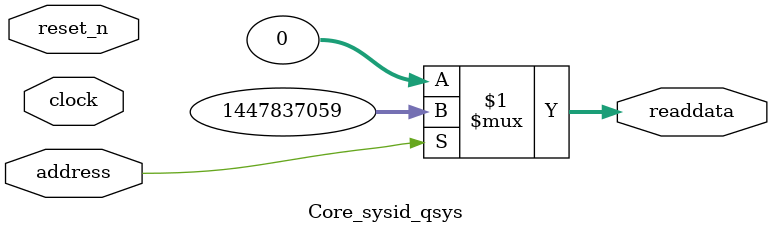
<source format=v>



// synthesis translate_off
`timescale 1ns / 1ps
// synthesis translate_on

// turn off superfluous verilog processor warnings 
// altera message_level Level1 
// altera message_off 10034 10035 10036 10037 10230 10240 10030 

module Core_sysid_qsys (
               // inputs:
                address,
                clock,
                reset_n,

               // outputs:
                readdata
             )
;

  output  [ 31: 0] readdata;
  input            address;
  input            clock;
  input            reset_n;

  wire    [ 31: 0] readdata;
  //control_slave, which is an e_avalon_slave
  assign readdata = address ? 1447837059 : 0;

endmodule




</source>
